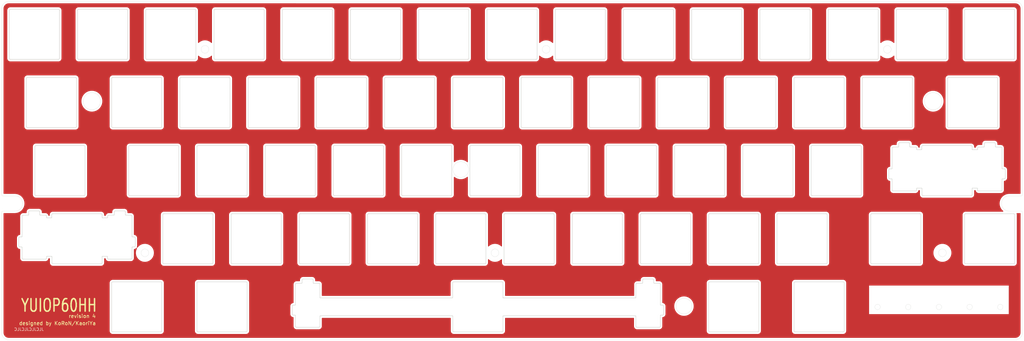
<source format=kicad_pcb>
(kicad_pcb (version 20171130) (host pcbnew "(5.1.9)-1")
  (title_block (title "YUIOP60HH/Top plate") (date 2021-07-04) (rev 4.1) (company KaoriYa))
  (layers (0 F.Cu signal) (31 B.Cu signal) (34 B.Paste user) (35 F.Paste user) (36 B.SilkS user) (37 F.SilkS user) (38 B.Mask user) (39 F.Mask user) (44 Edge.Cuts user))
  (net 0 "")
  (module yuiop:TopPlate_Stabilizer_2u (layer F.Cu) (at 91.0562 166.35984)
    (fp_text reference KSW43 hide)
    (fp_text value Shift)
    (fp_line (start 8.55 -5.95) (end 8.55 -6.3) (layer Edge.Cuts) (width 0.12))
    (fp_line (start 7.1 -5.85) (end 8.45 -5.85) (layer Edge.Cuts) (width 0.12))
    (fp_line (start 7 -6.7) (end 7 -5.95) (layer Edge.Cuts) (width 0.12))
    (fp_line (start -6.75 -7) (end 6.7 -7) (layer Edge.Cuts) (width 0.12))
    (fp_line (start -7.05 -5.95) (end -7.05 -6.7) (layer Edge.Cuts) (width 0.12))
    (fp_line (start -8.4 -5.85) (end -7.15 -5.85) (layer Edge.Cuts) (width 0.12))
    (fp_line (start -8.5 -6.3) (end -8.5 -5.95) (layer Edge.Cuts) (width 0.12))
    (fp_line (start -10.3 -6.6) (end -8.8 -6.6) (layer Edge.Cuts) (width 0.12))
    (fp_line (start -10.4 -7.5) (end -10.4 -6.7) (layer Edge.Cuts) (width 0.12))
    (fp_line (start -13.2 -7.8) (end -10.7 -7.8) (layer Edge.Cuts) (width 0.12))
    (fp_line (start -13.5 -6.7) (end -13.5 -7.5) (layer Edge.Cuts) (width 0.12))
    (fp_line (start -15.05 -6.6) (end -13.6 -6.6) (layer Edge.Cuts) (width 0.12))
    (fp_line (start -15.35 -0.6) (end -15.35 -6.3) (layer Edge.Cuts) (width 0.12))
    (fp_line (start -15.95 -0.5) (end -15.45 -0.5) (layer Edge.Cuts) (width 0.12))
    (fp_line (start -16.25 2) (end -16.25 -0.2) (layer Edge.Cuts) (width 0.12))
    (fp_line (start -15.45 2.3) (end -15.95 2.3) (layer Edge.Cuts) (width 0.12))
    (fp_line (start -15.35 5.4) (end -15.35 2.4) (layer Edge.Cuts) (width 0.12))
    (fp_line (start -8.8 5.7) (end -15.05 5.7) (layer Edge.Cuts) (width 0.12))
    (fp_line (start -8.5 5) (end -8.5 5.4) (layer Edge.Cuts) (width 0.12))
    (fp_line (start -7.1 4.9) (end -8.4 4.9) (layer Edge.Cuts) (width 0.12))
    (fp_line (start -7 6.7) (end -7 5) (layer Edge.Cuts) (width 0.12))
    (fp_line (start 6.7 7) (end -6.7 7) (layer Edge.Cuts) (width 0.12))
    (fp_line (start 8.85 -6.6) (end 10.3 -6.6) (layer Edge.Cuts) (width 0.12))
    (fp_line (start 10.4 -6.7) (end 10.4 -7.5) (layer Edge.Cuts) (width 0.12))
    (fp_line (start 10.7 -7.8) (end 13.2 -7.8) (layer Edge.Cuts) (width 0.12))
    (fp_line (start 13.5 -7.5) (end 13.5 -6.7) (layer Edge.Cuts) (width 0.12))
    (fp_line (start 13.6 -6.6) (end 15.05 -6.6) (layer Edge.Cuts) (width 0.12))
    (fp_line (start 15.35 -6.3) (end 15.35 -0.6) (layer Edge.Cuts) (width 0.12))
    (fp_line (start 15.45 -0.5) (end 15.95 -0.5) (layer Edge.Cuts) (width 0.12))
    (fp_line (start 16.25 -0.2) (end 16.25 2) (layer Edge.Cuts) (width 0.12))
    (fp_line (start 15.95 2.3) (end 15.45 2.3) (layer Edge.Cuts) (width 0.12))
    (fp_line (start 15.35 2.4) (end 15.35 5.4) (layer Edge.Cuts) (width 0.12))
    (fp_line (start 15.05 5.7) (end 8.8 5.7) (layer Edge.Cuts) (width 0.12))
    (fp_line (start 8.5 5.4) (end 8.5 5) (layer Edge.Cuts) (width 0.12))
    (fp_line (start 8.4 4.9) (end 7.1 4.9) (layer Edge.Cuts) (width 0.12))
    (fp_line (start 7 5) (end 7 6.7) (layer Edge.Cuts) (width 0.12))
    (fp_arc (start 6.7 6.7) (end 6.7 7) (angle -90) (layer Edge.Cuts) (width 0.12))
    (fp_arc (start -6.7 6.7) (end -7 6.7) (angle -90) (layer Edge.Cuts) (width 0.12))
    (fp_arc (start -7.1 5) (end -7 5) (angle -90) (layer Edge.Cuts) (width 0.12))
    (fp_arc (start -8.4 5) (end -8.4 4.9) (angle -90) (layer Edge.Cuts) (width 0.12))
    (fp_arc (start -8.8 5.4) (end -8.8 5.7) (angle -90) (layer Edge.Cuts) (width 0.12))
    (fp_arc (start -15.05 5.4) (end -15.35 5.4) (angle -90) (layer Edge.Cuts) (width 0.12))
    (fp_arc (start -15.95 2) (end -16.25 2) (angle -90) (layer Edge.Cuts) (width 0.12))
    (fp_arc (start -15.45 2.4) (end -15.35 2.4) (angle -90) (layer Edge.Cuts) (width 0.12))
    (fp_arc (start -15.95 -0.2) (end -15.95 -0.5) (angle -90) (layer Edge.Cuts) (width 0.12))
    (fp_arc (start -15.45 -0.6) (end -15.45 -0.5) (angle -90) (layer Edge.Cuts) (width 0.12))
    (fp_arc (start -15.05 -6.3) (end -15.05 -6.6) (angle -90) (layer Edge.Cuts) (width 0.12))
    (fp_arc (start -13.6 -6.7) (end -13.6 -6.6) (angle -90) (layer Edge.Cuts) (width 0.12))
    (fp_arc (start -13.2 -7.5) (end -13.2 -7.8) (angle -90) (layer Edge.Cuts) (width 0.12))
    (fp_arc (start -10.7 -7.5) (end -10.4 -7.5) (angle -90) (layer Edge.Cuts) (width 0.12))
    (fp_arc (start -10.3 -6.7) (end -10.4 -6.7) (angle -90) (layer Edge.Cuts) (width 0.12))
    (fp_arc (start -8.8 -6.3) (end -8.5 -6.3) (angle -90) (layer Edge.Cuts) (width 0.12))
    (fp_arc (start -8.4 -5.95) (end -8.5 -5.95) (angle -90) (layer Edge.Cuts) (width 0.12))
    (fp_arc (start -7.15 -5.95) (end -7.15 -5.85) (angle -90) (layer Edge.Cuts) (width 0.12))
    (fp_arc (start -6.75 -6.7) (end -6.75 -7) (angle -90) (layer Edge.Cuts) (width 0.12))
    (fp_arc (start 6.7 -6.7) (end 7 -6.7) (angle -90) (layer Edge.Cuts) (width 0.12))
    (fp_arc (start 8.85 -6.3) (end 8.85 -6.6) (angle -90) (layer Edge.Cuts) (width 0.12))
    (fp_arc (start 7.1 -5.95) (end 7 -5.95) (angle -90) (layer Edge.Cuts) (width 0.12))
    (fp_arc (start 8.45 -5.95) (end 8.45 -5.85) (angle -90) (layer Edge.Cuts) (width 0.12))
    (fp_arc (start 10.3 -6.7) (end 10.3 -6.6) (angle -90) (layer Edge.Cuts) (width 0.12))
    (fp_arc (start 10.7 -7.5) (end 10.7 -7.8) (angle -90) (layer Edge.Cuts) (width 0.12))
    (fp_arc (start 13.2 -7.5) (end 13.5 -7.5) (angle -90) (layer Edge.Cuts) (width 0.12))
    (fp_arc (start 13.6 -6.7) (end 13.5 -6.7) (angle -90) (layer Edge.Cuts) (width 0.12))
    (fp_arc (start 15.05 -6.3) (end 15.35 -6.3) (angle -90) (layer Edge.Cuts) (width 0.12))
    (fp_arc (start 15.45 -0.6) (end 15.35 -0.6) (angle -90) (layer Edge.Cuts) (width 0.12))
    (fp_arc (start 15.95 -0.2) (end 16.25 -0.2) (angle -90) (layer Edge.Cuts) (width 0.12))
    (fp_arc (start 15.95 2) (end 15.95 2.3) (angle -90) (layer Edge.Cuts) (width 0.12))
    (fp_arc (start 15.45 2.4) (end 15.45 2.3) (angle -90) (layer Edge.Cuts) (width 0.12))
    (fp_arc (start 15.05 5.4) (end 15.05 5.7) (angle -90) (layer Edge.Cuts) (width 0.12))
    (fp_arc (start 8.8 5.4) (end 8.5 5.4) (angle -90) (layer Edge.Cuts) (width 0.12))
    (fp_arc (start 8.4 5) (end 8.5 5) (angle -90) (layer Edge.Cuts) (width 0.12))
    (fp_arc (start 7.1 5) (end 7.1 4.9) (angle -90) (layer Edge.Cuts) (width 0.12))
  )
  (module yuiop:TopPlate_Stabilizer_2u (layer F.Cu) (at 333.944 147.30984)
    (fp_text reference KSW42 hide)
    (fp_text value Return)
    (fp_line (start 8.55 -5.95) (end 8.55 -6.3) (layer Edge.Cuts) (width 0.12))
    (fp_line (start 7.1 -5.85) (end 8.45 -5.85) (layer Edge.Cuts) (width 0.12))
    (fp_line (start 7 -6.7) (end 7 -5.95) (layer Edge.Cuts) (width 0.12))
    (fp_line (start -6.75 -7) (end 6.7 -7) (layer Edge.Cuts) (width 0.12))
    (fp_line (start -7.05 -5.95) (end -7.05 -6.7) (layer Edge.Cuts) (width 0.12))
    (fp_line (start -8.4 -5.85) (end -7.15 -5.85) (layer Edge.Cuts) (width 0.12))
    (fp_line (start -8.5 -6.3) (end -8.5 -5.95) (layer Edge.Cuts) (width 0.12))
    (fp_line (start -10.3 -6.6) (end -8.8 -6.6) (layer Edge.Cuts) (width 0.12))
    (fp_line (start -10.4 -7.5) (end -10.4 -6.7) (layer Edge.Cuts) (width 0.12))
    (fp_line (start -13.2 -7.8) (end -10.7 -7.8) (layer Edge.Cuts) (width 0.12))
    (fp_line (start -13.5 -6.7) (end -13.5 -7.5) (layer Edge.Cuts) (width 0.12))
    (fp_line (start -15.05 -6.6) (end -13.6 -6.6) (layer Edge.Cuts) (width 0.12))
    (fp_line (start -15.35 -0.6) (end -15.35 -6.3) (layer Edge.Cuts) (width 0.12))
    (fp_line (start -15.95 -0.5) (end -15.45 -0.5) (layer Edge.Cuts) (width 0.12))
    (fp_line (start -16.25 2) (end -16.25 -0.2) (layer Edge.Cuts) (width 0.12))
    (fp_line (start -15.45 2.3) (end -15.95 2.3) (layer Edge.Cuts) (width 0.12))
    (fp_line (start -15.35 5.4) (end -15.35 2.4) (layer Edge.Cuts) (width 0.12))
    (fp_line (start -8.8 5.7) (end -15.05 5.7) (layer Edge.Cuts) (width 0.12))
    (fp_line (start -8.5 5) (end -8.5 5.4) (layer Edge.Cuts) (width 0.12))
    (fp_line (start -7.1 4.9) (end -8.4 4.9) (layer Edge.Cuts) (width 0.12))
    (fp_line (start -7 6.7) (end -7 5) (layer Edge.Cuts) (width 0.12))
    (fp_line (start 6.7 7) (end -6.7 7) (layer Edge.Cuts) (width 0.12))
    (fp_line (start 8.85 -6.6) (end 10.3 -6.6) (layer Edge.Cuts) (width 0.12))
    (fp_line (start 10.4 -6.7) (end 10.4 -7.5) (layer Edge.Cuts) (width 0.12))
    (fp_line (start 10.7 -7.8) (end 13.2 -7.8) (layer Edge.Cuts) (width 0.12))
    (fp_line (start 13.5 -7.5) (end 13.5 -6.7) (layer Edge.Cuts) (width 0.12))
    (fp_line (start 13.6 -6.6) (end 15.05 -6.6) (layer Edge.Cuts) (width 0.12))
    (fp_line (start 15.35 -6.3) (end 15.35 -0.6) (layer Edge.Cuts) (width 0.12))
    (fp_line (start 15.45 -0.5) (end 15.95 -0.5) (layer Edge.Cuts) (width 0.12))
    (fp_line (start 16.25 -0.2) (end 16.25 2) (layer Edge.Cuts) (width 0.12))
    (fp_line (start 15.95 2.3) (end 15.45 2.3) (layer Edge.Cuts) (width 0.12))
    (fp_line (start 15.35 2.4) (end 15.35 5.4) (layer Edge.Cuts) (width 0.12))
    (fp_line (start 15.05 5.7) (end 8.8 5.7) (layer Edge.Cuts) (width 0.12))
    (fp_line (start 8.5 5.4) (end 8.5 5) (layer Edge.Cuts) (width 0.12))
    (fp_line (start 8.4 4.9) (end 7.1 4.9) (layer Edge.Cuts) (width 0.12))
    (fp_line (start 7 5) (end 7 6.7) (layer Edge.Cuts) (width 0.12))
    (fp_arc (start 6.7 6.7) (end 6.7 7) (angle -90) (layer Edge.Cuts) (width 0.12))
    (fp_arc (start -6.7 6.7) (end -7 6.7) (angle -90) (layer Edge.Cuts) (width 0.12))
    (fp_arc (start -7.1 5) (end -7 5) (angle -90) (layer Edge.Cuts) (width 0.12))
    (fp_arc (start -8.4 5) (end -8.4 4.9) (angle -90) (layer Edge.Cuts) (width 0.12))
    (fp_arc (start -8.8 5.4) (end -8.8 5.7) (angle -90) (layer Edge.Cuts) (width 0.12))
    (fp_arc (start -15.05 5.4) (end -15.35 5.4) (angle -90) (layer Edge.Cuts) (width 0.12))
    (fp_arc (start -15.95 2) (end -16.25 2) (angle -90) (layer Edge.Cuts) (width 0.12))
    (fp_arc (start -15.45 2.4) (end -15.35 2.4) (angle -90) (layer Edge.Cuts) (width 0.12))
    (fp_arc (start -15.95 -0.2) (end -15.95 -0.5) (angle -90) (layer Edge.Cuts) (width 0.12))
    (fp_arc (start -15.45 -0.6) (end -15.45 -0.5) (angle -90) (layer Edge.Cuts) (width 0.12))
    (fp_arc (start -15.05 -6.3) (end -15.05 -6.6) (angle -90) (layer Edge.Cuts) (width 0.12))
    (fp_arc (start -13.6 -6.7) (end -13.6 -6.6) (angle -90) (layer Edge.Cuts) (width 0.12))
    (fp_arc (start -13.2 -7.5) (end -13.2 -7.8) (angle -90) (layer Edge.Cuts) (width 0.12))
    (fp_arc (start -10.7 -7.5) (end -10.4 -7.5) (angle -90) (layer Edge.Cuts) (width 0.12))
    (fp_arc (start -10.3 -6.7) (end -10.4 -6.7) (angle -90) (layer Edge.Cuts) (width 0.12))
    (fp_arc (start -8.8 -6.3) (end -8.5 -6.3) (angle -90) (layer Edge.Cuts) (width 0.12))
    (fp_arc (start -8.4 -5.95) (end -8.5 -5.95) (angle -90) (layer Edge.Cuts) (width 0.12))
    (fp_arc (start -7.15 -5.95) (end -7.15 -5.85) (angle -90) (layer Edge.Cuts) (width 0.12))
    (fp_arc (start -6.75 -6.7) (end -6.75 -7) (angle -90) (layer Edge.Cuts) (width 0.12))
    (fp_arc (start 6.7 -6.7) (end 7 -6.7) (angle -90) (layer Edge.Cuts) (width 0.12))
    (fp_arc (start 8.85 -6.3) (end 8.85 -6.6) (angle -90) (layer Edge.Cuts) (width 0.12))
    (fp_arc (start 7.1 -5.95) (end 7 -5.95) (angle -90) (layer Edge.Cuts) (width 0.12))
    (fp_arc (start 8.45 -5.95) (end 8.45 -5.85) (angle -90) (layer Edge.Cuts) (width 0.12))
    (fp_arc (start 10.3 -6.7) (end 10.3 -6.6) (angle -90) (layer Edge.Cuts) (width 0.12))
    (fp_arc (start 10.7 -7.5) (end 10.7 -7.8) (angle -90) (layer Edge.Cuts) (width 0.12))
    (fp_arc (start 13.2 -7.5) (end 13.5 -7.5) (angle -90) (layer Edge.Cuts) (width 0.12))
    (fp_arc (start 13.6 -6.7) (end 13.5 -6.7) (angle -90) (layer Edge.Cuts) (width 0.12))
    (fp_arc (start 15.05 -6.3) (end 15.35 -6.3) (angle -90) (layer Edge.Cuts) (width 0.12))
    (fp_arc (start 15.45 -0.6) (end 15.35 -0.6) (angle -90) (layer Edge.Cuts) (width 0.12))
    (fp_arc (start 15.95 -0.2) (end 16.25 -0.2) (angle -90) (layer Edge.Cuts) (width 0.12))
    (fp_arc (start 15.95 2) (end 15.95 2.3) (angle -90) (layer Edge.Cuts) (width 0.12))
    (fp_arc (start 15.45 2.4) (end 15.45 2.3) (angle -90) (layer Edge.Cuts) (width 0.12))
    (fp_arc (start 15.05 5.4) (end 15.05 5.7) (angle -90) (layer Edge.Cuts) (width 0.12))
    (fp_arc (start 8.8 5.4) (end 8.5 5.4) (angle -90) (layer Edge.Cuts) (width 0.12))
    (fp_arc (start 8.4 5) (end 8.5 5) (angle -90) (layer Edge.Cuts) (width 0.12))
    (fp_arc (start 7.1 5) (end 7.1 4.9) (angle -90) (layer Edge.Cuts) (width 0.12))
  )
  (module yuiop:TopPlate_Stabilizer_6u (layer F.Cu) (at 202.975 185.40984)
    (fp_text reference KSW58 hide)
    (fp_text value Space)
    (fp_line (start -44 -2.5) (end -7.15 -2.5) (layer Edge.Cuts) (width 0.12))
    (fp_line (start -7.1 2.5) (end -44 2.5) (layer Edge.Cuts) (width 0.12))
    (fp_line (start 7.1 -2.5) (end 44 -2.5) (layer Edge.Cuts) (width 0.12))
    (fp_line (start 44 2.5) (end 7.1 2.5) (layer Edge.Cuts) (width 0.12))
    (fp_line (start 7 2.6) (end 7 6.7) (layer Edge.Cuts) (width 0.12))
    (fp_line (start 44.1 5.4) (end 44.1 2.6) (layer Edge.Cuts) (width 0.12))
    (fp_line (start 50.65 5.7) (end 44.4 5.7) (layer Edge.Cuts) (width 0.12))
    (fp_line (start 50.95 2.4) (end 50.95 5.4) (layer Edge.Cuts) (width 0.12))
    (fp_line (start 51.55 2.3) (end 51.05 2.3) (layer Edge.Cuts) (width 0.12))
    (fp_line (start 51.85 -0.2) (end 51.85 2) (layer Edge.Cuts) (width 0.12))
    (fp_line (start 51.05 -0.5) (end 51.55 -0.5) (layer Edge.Cuts) (width 0.12))
    (fp_line (start 50.95 -6.3) (end 50.95 -0.6) (layer Edge.Cuts) (width 0.12))
    (fp_line (start 49.2 -6.6) (end 50.65 -6.6) (layer Edge.Cuts) (width 0.12))
    (fp_line (start 49.1 -7.5) (end 49.1 -6.7) (layer Edge.Cuts) (width 0.12))
    (fp_line (start 46.3 -7.8) (end 48.8 -7.8) (layer Edge.Cuts) (width 0.12))
    (fp_line (start 46 -6.7) (end 46 -7.5) (layer Edge.Cuts) (width 0.12))
    (fp_line (start 44.4 -6.6) (end 45.9 -6.6) (layer Edge.Cuts) (width 0.12))
    (fp_line (start 6.7 7) (end -6.7 7) (layer Edge.Cuts) (width 0.12))
    (fp_line (start -7 6.7) (end -7 2.6) (layer Edge.Cuts) (width 0.12))
    (fp_line (start -44.1 2.6) (end -44.1 5.4) (layer Edge.Cuts) (width 0.12))
    (fp_line (start -44.4 5.7) (end -50.65 5.7) (layer Edge.Cuts) (width 0.12))
    (fp_line (start -50.95 5.4) (end -50.95 2.4) (layer Edge.Cuts) (width 0.12))
    (fp_line (start -51.05 2.3) (end -51.55 2.3) (layer Edge.Cuts) (width 0.12))
    (fp_line (start -51.85 2) (end -51.85 -0.2) (layer Edge.Cuts) (width 0.12))
    (fp_line (start -51.55 -0.5) (end -51.05 -0.5) (layer Edge.Cuts) (width 0.12))
    (fp_line (start -50.95 -0.6) (end -50.95 -6.3) (layer Edge.Cuts) (width 0.12))
    (fp_line (start -50.65 -6.6) (end -49.2 -6.6) (layer Edge.Cuts) (width 0.12))
    (fp_line (start -49.1 -6.7) (end -49.1 -7.5) (layer Edge.Cuts) (width 0.12))
    (fp_line (start -48.8 -7.8) (end -46.3 -7.8) (layer Edge.Cuts) (width 0.12))
    (fp_line (start -46 -7.5) (end -46 -6.7) (layer Edge.Cuts) (width 0.12))
    (fp_line (start -45.9 -6.6) (end -44.4 -6.6) (layer Edge.Cuts) (width 0.12))
    (fp_line (start -44.1 -6.3) (end -44.1 -2.6) (layer Edge.Cuts) (width 0.12))
    (fp_line (start -7.05 -2.6) (end -7.05 -6.7) (layer Edge.Cuts) (width 0.12))
    (fp_line (start -6.75 -7) (end 6.7 -7) (layer Edge.Cuts) (width 0.12))
    (fp_line (start 7 -6.7) (end 7 -2.6) (layer Edge.Cuts) (width 0.12))
    (fp_line (start 44.1 -2.6) (end 44.1 -6.3) (layer Edge.Cuts) (width 0.12))
    (fp_arc (start 7.1 2.6) (end 7.1 2.5) (angle -90) (layer Edge.Cuts) (width 0.12))
    (fp_arc (start 44 2.6) (end 44.1 2.6) (angle -90) (layer Edge.Cuts) (width 0.12))
    (fp_arc (start 44.4 5.4) (end 44.1 5.4) (angle -90) (layer Edge.Cuts) (width 0.12))
    (fp_arc (start 50.65 5.4) (end 50.65 5.7) (angle -90) (layer Edge.Cuts) (width 0.12))
    (fp_arc (start 51.05 2.4) (end 51.05 2.3) (angle -90) (layer Edge.Cuts) (width 0.12))
    (fp_arc (start 51.55 2) (end 51.55 2.3) (angle -90) (layer Edge.Cuts) (width 0.12))
    (fp_arc (start 51.55 -0.2) (end 51.85 -0.2) (angle -90) (layer Edge.Cuts) (width 0.12))
    (fp_arc (start 51.05 -0.6) (end 50.95 -0.6) (angle -90) (layer Edge.Cuts) (width 0.12))
    (fp_arc (start 50.65 -6.3) (end 50.95 -6.3) (angle -90) (layer Edge.Cuts) (width 0.12))
    (fp_arc (start 49.2 -6.7) (end 49.1 -6.7) (angle -90) (layer Edge.Cuts) (width 0.12))
    (fp_arc (start 48.8 -7.5) (end 49.1 -7.5) (angle -90) (layer Edge.Cuts) (width 0.12))
    (fp_arc (start 46.3 -7.5) (end 46.3 -7.8) (angle -90) (layer Edge.Cuts) (width 0.12))
    (fp_arc (start 45.9 -6.7) (end 45.9 -6.6) (angle -90) (layer Edge.Cuts) (width 0.12))
    (fp_arc (start 44 -2.6) (end 44 -2.5) (angle -90) (layer Edge.Cuts) (width 0.12))
    (fp_arc (start 7.1 -2.6) (end 7 -2.6) (angle -90) (layer Edge.Cuts) (width 0.12))
    (fp_arc (start 44.4 -6.3) (end 44.4 -6.6) (angle -90) (layer Edge.Cuts) (width 0.12))
    (fp_arc (start 6.7 -6.7) (end 7 -6.7) (angle -90) (layer Edge.Cuts) (width 0.12))
    (fp_arc (start -6.75 -6.7) (end -6.75 -7) (angle -90) (layer Edge.Cuts) (width 0.12))
    (fp_arc (start -7.15 -2.6) (end -7.15 -2.5) (angle -90) (layer Edge.Cuts) (width 0.12))
    (fp_arc (start -44 -2.6) (end -44.1 -2.6) (angle -90) (layer Edge.Cuts) (width 0.12))
    (fp_arc (start -44.4 -6.3) (end -44.1 -6.3) (angle -90) (layer Edge.Cuts) (width 0.12))
    (fp_arc (start -45.9 -6.7) (end -46 -6.7) (angle -90) (layer Edge.Cuts) (width 0.12))
    (fp_arc (start -46.3 -7.5) (end -46 -7.5) (angle -90) (layer Edge.Cuts) (width 0.12))
    (fp_arc (start -48.8 -7.5) (end -48.8 -7.8) (angle -90) (layer Edge.Cuts) (width 0.12))
    (fp_arc (start -49.2 -6.7) (end -49.2 -6.6) (angle -90) (layer Edge.Cuts) (width 0.12))
    (fp_arc (start -50.65 -6.3) (end -50.65 -6.6) (angle -90) (layer Edge.Cuts) (width 0.12))
    (fp_arc (start -51.05 -0.6) (end -51.05 -0.5) (angle -90) (layer Edge.Cuts) (width 0.12))
    (fp_arc (start -51.55 -0.2) (end -51.55 -0.5) (angle -90) (layer Edge.Cuts) (width 0.12))
    (fp_arc (start -51.05 2.4) (end -50.95 2.4) (angle -90) (layer Edge.Cuts) (width 0.12))
    (fp_arc (start -51.55 2) (end -51.85 2) (angle -90) (layer Edge.Cuts) (width 0.12))
    (fp_arc (start -50.65 5.4) (end -50.95 5.4) (angle -90) (layer Edge.Cuts) (width 0.12))
    (fp_arc (start -44.4 5.4) (end -44.4 5.7) (angle -90) (layer Edge.Cuts) (width 0.12))
    (fp_arc (start -44 2.6) (end -44 2.5) (angle -90) (layer Edge.Cuts) (width 0.12))
    (fp_arc (start -7.1 2.6) (end -7 2.6) (angle -90) (layer Edge.Cuts) (width 0.12))
    (fp_arc (start -6.7 6.7) (end -7 6.7) (angle -90) (layer Edge.Cuts) (width 0.12))
    (fp_arc (start 6.7 6.7) (end 6.7 7) (angle -90) (layer Edge.Cuts) (width 0.12))
  )
  (module yuiop:TopPlate_Switch_1u (layer F.Cu) (at 79.15 109.20984)
    (fp_text reference KSW1 hide)
    (fp_text value ESC hide)
    (fp_line (start 6.7 -7) (end -6.7 -7) (layer Edge.Cuts) (width 0.12))
    (fp_line (start 7 6.7) (end 7 -6.7) (layer Edge.Cuts) (width 0.12))
    (fp_line (start -6.7 7) (end 6.7 7) (layer Edge.Cuts) (width 0.12))
    (fp_line (start -7 -6.7) (end -7 6.7) (layer Edge.Cuts) (width 0.12))
    (fp_arc (start 6.7 6.7) (end 6.7 7) (angle -90) (layer Edge.Cuts) (width 0.12))
    (fp_arc (start -6.7 6.7) (end -7 6.7) (angle -90) (layer Edge.Cuts) (width 0.12))
    (fp_arc (start -6.7 -6.7) (end -6.7 -7) (angle -90) (layer Edge.Cuts) (width 0.12))
    (fp_arc (start 6.7 -6.7) (end 7 -6.7) (angle -90) (layer Edge.Cuts) (width 0.12))
  )
  (module yuiop:TopPlate_Switch_1u (layer F.Cu) (at 98.2 109.20984)
    (fp_text reference KSW2 hide)
    (fp_text value 1 hide)
    (fp_line (start 6.7 -7) (end -6.7 -7) (layer Edge.Cuts) (width 0.12))
    (fp_line (start 7 6.7) (end 7 -6.7) (layer Edge.Cuts) (width 0.12))
    (fp_line (start -6.7 7) (end 6.7 7) (layer Edge.Cuts) (width 0.12))
    (fp_line (start -7 -6.7) (end -7 6.7) (layer Edge.Cuts) (width 0.12))
    (fp_arc (start 6.7 6.7) (end 6.7 7) (angle -90) (layer Edge.Cuts) (width 0.12))
    (fp_arc (start -6.7 6.7) (end -7 6.7) (angle -90) (layer Edge.Cuts) (width 0.12))
    (fp_arc (start -6.7 -6.7) (end -6.7 -7) (angle -90) (layer Edge.Cuts) (width 0.12))
    (fp_arc (start 6.7 -6.7) (end 7 -6.7) (angle -90) (layer Edge.Cuts) (width 0.12))
  )
  (module yuiop:TopPlate_Switch_1u (layer F.Cu) (at 117.25 109.20984)
    (fp_text reference KSW3 hide)
    (fp_text value 2 hide)
    (fp_line (start 6.7 -7) (end -6.7 -7) (layer Edge.Cuts) (width 0.12))
    (fp_line (start 7 6.7) (end 7 -6.7) (layer Edge.Cuts) (width 0.12))
    (fp_line (start -6.7 7) (end 6.7 7) (layer Edge.Cuts) (width 0.12))
    (fp_line (start -7 -6.7) (end -7 6.7) (layer Edge.Cuts) (width 0.12))
    (fp_arc (start 6.7 6.7) (end 6.7 7) (angle -90) (layer Edge.Cuts) (width 0.12))
    (fp_arc (start -6.7 6.7) (end -7 6.7) (angle -90) (layer Edge.Cuts) (width 0.12))
    (fp_arc (start -6.7 -6.7) (end -6.7 -7) (angle -90) (layer Edge.Cuts) (width 0.12))
    (fp_arc (start 6.7 -6.7) (end 7 -6.7) (angle -90) (layer Edge.Cuts) (width 0.12))
  )
  (module yuiop:TopPlate_Switch_1u (layer F.Cu) (at 136.3 109.20984)
    (fp_text reference KSW4 hide)
    (fp_text value 3 hide)
    (fp_line (start 6.7 -7) (end -6.7 -7) (layer Edge.Cuts) (width 0.12))
    (fp_line (start 7 6.7) (end 7 -6.7) (layer Edge.Cuts) (width 0.12))
    (fp_line (start -6.7 7) (end 6.7 7) (layer Edge.Cuts) (width 0.12))
    (fp_line (start -7 -6.7) (end -7 6.7) (layer Edge.Cuts) (width 0.12))
    (fp_arc (start 6.7 6.7) (end 6.7 7) (angle -90) (layer Edge.Cuts) (width 0.12))
    (fp_arc (start -6.7 6.7) (end -7 6.7) (angle -90) (layer Edge.Cuts) (width 0.12))
    (fp_arc (start -6.7 -6.7) (end -6.7 -7) (angle -90) (layer Edge.Cuts) (width 0.12))
    (fp_arc (start 6.7 -6.7) (end 7 -6.7) (angle -90) (layer Edge.Cuts) (width 0.12))
  )
  (module yuiop:TopPlate_Switch_1u (layer F.Cu) (at 155.35 109.20984)
    (fp_text reference KSW5 hide)
    (fp_text value 4 hide)
    (fp_line (start 6.7 -7) (end -6.7 -7) (layer Edge.Cuts) (width 0.12))
    (fp_line (start 7 6.7) (end 7 -6.7) (layer Edge.Cuts) (width 0.12))
    (fp_line (start -6.7 7) (end 6.7 7) (layer Edge.Cuts) (width 0.12))
    (fp_line (start -7 -6.7) (end -7 6.7) (layer Edge.Cuts) (width 0.12))
    (fp_arc (start 6.7 6.7) (end 6.7 7) (angle -90) (layer Edge.Cuts) (width 0.12))
    (fp_arc (start -6.7 6.7) (end -7 6.7) (angle -90) (layer Edge.Cuts) (width 0.12))
    (fp_arc (start -6.7 -6.7) (end -6.7 -7) (angle -90) (layer Edge.Cuts) (width 0.12))
    (fp_arc (start 6.7 -6.7) (end 7 -6.7) (angle -90) (layer Edge.Cuts) (width 0.12))
  )
  (module yuiop:TopPlate_Switch_1u (layer F.Cu) (at 174.4 109.20984)
    (fp_text reference KSW6 hide)
    (fp_text value 5 hide)
    (fp_line (start 6.7 -7) (end -6.7 -7) (layer Edge.Cuts) (width 0.12))
    (fp_line (start 7 6.7) (end 7 -6.7) (layer Edge.Cuts) (width 0.12))
    (fp_line (start -6.7 7) (end 6.7 7) (layer Edge.Cuts) (width 0.12))
    (fp_line (start -7 -6.7) (end -7 6.7) (layer Edge.Cuts) (width 0.12))
    (fp_arc (start 6.7 6.7) (end 6.7 7) (angle -90) (layer Edge.Cuts) (width 0.12))
    (fp_arc (start -6.7 6.7) (end -7 6.7) (angle -90) (layer Edge.Cuts) (width 0.12))
    (fp_arc (start -6.7 -6.7) (end -6.7 -7) (angle -90) (layer Edge.Cuts) (width 0.12))
    (fp_arc (start 6.7 -6.7) (end 7 -6.7) (angle -90) (layer Edge.Cuts) (width 0.12))
  )
  (module yuiop:TopPlate_Switch_1u (layer F.Cu) (at 193.45 109.20984)
    (fp_text reference KSW7 hide)
    (fp_text value 6 hide)
    (fp_line (start 6.7 -7) (end -6.7 -7) (layer Edge.Cuts) (width 0.12))
    (fp_line (start 7 6.7) (end 7 -6.7) (layer Edge.Cuts) (width 0.12))
    (fp_line (start -6.7 7) (end 6.7 7) (layer Edge.Cuts) (width 0.12))
    (fp_line (start -7 -6.7) (end -7 6.7) (layer Edge.Cuts) (width 0.12))
    (fp_arc (start 6.7 6.7) (end 6.7 7) (angle -90) (layer Edge.Cuts) (width 0.12))
    (fp_arc (start -6.7 6.7) (end -7 6.7) (angle -90) (layer Edge.Cuts) (width 0.12))
    (fp_arc (start -6.7 -6.7) (end -6.7 -7) (angle -90) (layer Edge.Cuts) (width 0.12))
    (fp_arc (start 6.7 -6.7) (end 7 -6.7) (angle -90) (layer Edge.Cuts) (width 0.12))
  )
  (module yuiop:TopPlate_Switch_1u (layer F.Cu) (at 212.5 109.20984)
    (fp_text reference KSW8 hide)
    (fp_text value 7 hide)
    (fp_line (start 6.7 -7) (end -6.7 -7) (layer Edge.Cuts) (width 0.12))
    (fp_line (start 7 6.7) (end 7 -6.7) (layer Edge.Cuts) (width 0.12))
    (fp_line (start -6.7 7) (end 6.7 7) (layer Edge.Cuts) (width 0.12))
    (fp_line (start -7 -6.7) (end -7 6.7) (layer Edge.Cuts) (width 0.12))
    (fp_arc (start 6.7 6.7) (end 6.7 7) (angle -90) (layer Edge.Cuts) (width 0.12))
    (fp_arc (start -6.7 6.7) (end -7 6.7) (angle -90) (layer Edge.Cuts) (width 0.12))
    (fp_arc (start -6.7 -6.7) (end -6.7 -7) (angle -90) (layer Edge.Cuts) (width 0.12))
    (fp_arc (start 6.7 -6.7) (end 7 -6.7) (angle -90) (layer Edge.Cuts) (width 0.12))
  )
  (module yuiop:TopPlate_Switch_1u (layer F.Cu) (at 231.55 109.20984)
    (fp_text reference KSW9 hide)
    (fp_text value 8 hide)
    (fp_line (start 6.7 -7) (end -6.7 -7) (layer Edge.Cuts) (width 0.12))
    (fp_line (start 7 6.7) (end 7 -6.7) (layer Edge.Cuts) (width 0.12))
    (fp_line (start -6.7 7) (end 6.7 7) (layer Edge.Cuts) (width 0.12))
    (fp_line (start -7 -6.7) (end -7 6.7) (layer Edge.Cuts) (width 0.12))
    (fp_arc (start 6.7 6.7) (end 6.7 7) (angle -90) (layer Edge.Cuts) (width 0.12))
    (fp_arc (start -6.7 6.7) (end -7 6.7) (angle -90) (layer Edge.Cuts) (width 0.12))
    (fp_arc (start -6.7 -6.7) (end -6.7 -7) (angle -90) (layer Edge.Cuts) (width 0.12))
    (fp_arc (start 6.7 -6.7) (end 7 -6.7) (angle -90) (layer Edge.Cuts) (width 0.12))
  )
  (module yuiop:TopPlate_Switch_1u (layer F.Cu) (at 250.6 109.20984)
    (fp_text reference KSW10 hide)
    (fp_text value 9 hide)
    (fp_line (start 6.7 -7) (end -6.7 -7) (layer Edge.Cuts) (width 0.12))
    (fp_line (start 7 6.7) (end 7 -6.7) (layer Edge.Cuts) (width 0.12))
    (fp_line (start -6.7 7) (end 6.7 7) (layer Edge.Cuts) (width 0.12))
    (fp_line (start -7 -6.7) (end -7 6.7) (layer Edge.Cuts) (width 0.12))
    (fp_arc (start 6.7 6.7) (end 6.7 7) (angle -90) (layer Edge.Cuts) (width 0.12))
    (fp_arc (start -6.7 6.7) (end -7 6.7) (angle -90) (layer Edge.Cuts) (width 0.12))
    (fp_arc (start -6.7 -6.7) (end -6.7 -7) (angle -90) (layer Edge.Cuts) (width 0.12))
    (fp_arc (start 6.7 -6.7) (end 7 -6.7) (angle -90) (layer Edge.Cuts) (width 0.12))
  )
  (module yuiop:TopPlate_Switch_1u (layer F.Cu) (at 269.65 109.20984)
    (fp_text reference KSW11 hide)
    (fp_text value 0 hide)
    (fp_line (start 6.7 -7) (end -6.7 -7) (layer Edge.Cuts) (width 0.12))
    (fp_line (start 7 6.7) (end 7 -6.7) (layer Edge.Cuts) (width 0.12))
    (fp_line (start -6.7 7) (end 6.7 7) (layer Edge.Cuts) (width 0.12))
    (fp_line (start -7 -6.7) (end -7 6.7) (layer Edge.Cuts) (width 0.12))
    (fp_arc (start 6.7 6.7) (end 6.7 7) (angle -90) (layer Edge.Cuts) (width 0.12))
    (fp_arc (start -6.7 6.7) (end -7 6.7) (angle -90) (layer Edge.Cuts) (width 0.12))
    (fp_arc (start -6.7 -6.7) (end -6.7 -7) (angle -90) (layer Edge.Cuts) (width 0.12))
    (fp_arc (start 6.7 -6.7) (end 7 -6.7) (angle -90) (layer Edge.Cuts) (width 0.12))
  )
  (module yuiop:TopPlate_Switch_1u (layer F.Cu) (at 288.7 109.20984)
    (fp_text reference KSW12 hide)
    (fp_text value "- _" hide)
    (fp_line (start 6.7 -7) (end -6.7 -7) (layer Edge.Cuts) (width 0.12))
    (fp_line (start 7 6.7) (end 7 -6.7) (layer Edge.Cuts) (width 0.12))
    (fp_line (start -6.7 7) (end 6.7 7) (layer Edge.Cuts) (width 0.12))
    (fp_line (start -7 -6.7) (end -7 6.7) (layer Edge.Cuts) (width 0.12))
    (fp_arc (start 6.7 6.7) (end 6.7 7) (angle -90) (layer Edge.Cuts) (width 0.12))
    (fp_arc (start -6.7 6.7) (end -7 6.7) (angle -90) (layer Edge.Cuts) (width 0.12))
    (fp_arc (start -6.7 -6.7) (end -6.7 -7) (angle -90) (layer Edge.Cuts) (width 0.12))
    (fp_arc (start 6.7 -6.7) (end 7 -6.7) (angle -90) (layer Edge.Cuts) (width 0.12))
  )
  (module yuiop:TopPlate_Switch_1u (layer F.Cu) (at 307.75 109.20984)
    (fp_text reference KSW13 hide)
    (fp_text value "= +" hide)
    (fp_line (start 6.7 -7) (end -6.7 -7) (layer Edge.Cuts) (width 0.12))
    (fp_line (start 7 6.7) (end 7 -6.7) (layer Edge.Cuts) (width 0.12))
    (fp_line (start -6.7 7) (end 6.7 7) (layer Edge.Cuts) (width 0.12))
    (fp_line (start -7 -6.7) (end -7 6.7) (layer Edge.Cuts) (width 0.12))
    (fp_arc (start 6.7 6.7) (end 6.7 7) (angle -90) (layer Edge.Cuts) (width 0.12))
    (fp_arc (start -6.7 6.7) (end -7 6.7) (angle -90) (layer Edge.Cuts) (width 0.12))
    (fp_arc (start -6.7 -6.7) (end -6.7 -7) (angle -90) (layer Edge.Cuts) (width 0.12))
    (fp_arc (start 6.7 -6.7) (end 7 -6.7) (angle -90) (layer Edge.Cuts) (width 0.12))
  )
  (module yuiop:TopPlate_Switch_1u (layer F.Cu) (at 345.85 109.20984)
    (fp_text reference KSW15 hide)
    (fp_text value "` ~~" hide)
    (fp_line (start 6.7 -7) (end -6.7 -7) (layer Edge.Cuts) (width 0.12))
    (fp_line (start 7 6.7) (end 7 -6.7) (layer Edge.Cuts) (width 0.12))
    (fp_line (start -6.7 7) (end 6.7 7) (layer Edge.Cuts) (width 0.12))
    (fp_line (start -7 -6.7) (end -7 6.7) (layer Edge.Cuts) (width 0.12))
    (fp_arc (start 6.7 6.7) (end 6.7 7) (angle -90) (layer Edge.Cuts) (width 0.12))
    (fp_arc (start -6.7 6.7) (end -7 6.7) (angle -90) (layer Edge.Cuts) (width 0.12))
    (fp_arc (start -6.7 -6.7) (end -6.7 -7) (angle -90) (layer Edge.Cuts) (width 0.12))
    (fp_arc (start 6.7 -6.7) (end 7 -6.7) (angle -90) (layer Edge.Cuts) (width 0.12))
  )
  (module yuiop:TopPlate_Switch_1u (layer F.Cu) (at 83.9125 128.25984)
    (fp_text reference KSW16 hide)
    (fp_text value Tab hide)
    (fp_line (start 6.7 -7) (end -6.7 -7) (layer Edge.Cuts) (width 0.12))
    (fp_line (start 7 6.7) (end 7 -6.7) (layer Edge.Cuts) (width 0.12))
    (fp_line (start -6.7 7) (end 6.7 7) (layer Edge.Cuts) (width 0.12))
    (fp_line (start -7 -6.7) (end -7 6.7) (layer Edge.Cuts) (width 0.12))
    (fp_arc (start 6.7 6.7) (end 6.7 7) (angle -90) (layer Edge.Cuts) (width 0.12))
    (fp_arc (start -6.7 6.7) (end -7 6.7) (angle -90) (layer Edge.Cuts) (width 0.12))
    (fp_arc (start -6.7 -6.7) (end -6.7 -7) (angle -90) (layer Edge.Cuts) (width 0.12))
    (fp_arc (start 6.7 -6.7) (end 7 -6.7) (angle -90) (layer Edge.Cuts) (width 0.12))
  )
  (module yuiop:TopPlate_Switch_1u (layer F.Cu) (at 107.725 128.25984)
    (fp_text reference KSW17 hide)
    (fp_text value Q hide)
    (fp_line (start 6.7 -7) (end -6.7 -7) (layer Edge.Cuts) (width 0.12))
    (fp_line (start 7 6.7) (end 7 -6.7) (layer Edge.Cuts) (width 0.12))
    (fp_line (start -6.7 7) (end 6.7 7) (layer Edge.Cuts) (width 0.12))
    (fp_line (start -7 -6.7) (end -7 6.7) (layer Edge.Cuts) (width 0.12))
    (fp_arc (start 6.7 6.7) (end 6.7 7) (angle -90) (layer Edge.Cuts) (width 0.12))
    (fp_arc (start -6.7 6.7) (end -7 6.7) (angle -90) (layer Edge.Cuts) (width 0.12))
    (fp_arc (start -6.7 -6.7) (end -6.7 -7) (angle -90) (layer Edge.Cuts) (width 0.12))
    (fp_arc (start 6.7 -6.7) (end 7 -6.7) (angle -90) (layer Edge.Cuts) (width 0.12))
  )
  (module yuiop:TopPlate_Switch_1u (layer F.Cu) (at 126.775 128.25984)
    (fp_text reference KSW18 hide)
    (fp_text value W hide)
    (fp_line (start 6.7 -7) (end -6.7 -7) (layer Edge.Cuts) (width 0.12))
    (fp_line (start 7 6.7) (end 7 -6.7) (layer Edge.Cuts) (width 0.12))
    (fp_line (start -6.7 7) (end 6.7 7) (layer Edge.Cuts) (width 0.12))
    (fp_line (start -7 -6.7) (end -7 6.7) (layer Edge.Cuts) (width 0.12))
    (fp_arc (start 6.7 6.7) (end 6.7 7) (angle -90) (layer Edge.Cuts) (width 0.12))
    (fp_arc (start -6.7 6.7) (end -7 6.7) (angle -90) (layer Edge.Cuts) (width 0.12))
    (fp_arc (start -6.7 -6.7) (end -6.7 -7) (angle -90) (layer Edge.Cuts) (width 0.12))
    (fp_arc (start 6.7 -6.7) (end 7 -6.7) (angle -90) (layer Edge.Cuts) (width 0.12))
  )
  (module yuiop:TopPlate_Switch_1u (layer F.Cu) (at 145.825 128.25984)
    (fp_text reference KSW19 hide)
    (fp_text value E hide)
    (fp_line (start 6.7 -7) (end -6.7 -7) (layer Edge.Cuts) (width 0.12))
    (fp_line (start 7 6.7) (end 7 -6.7) (layer Edge.Cuts) (width 0.12))
    (fp_line (start -6.7 7) (end 6.7 7) (layer Edge.Cuts) (width 0.12))
    (fp_line (start -7 -6.7) (end -7 6.7) (layer Edge.Cuts) (width 0.12))
    (fp_arc (start 6.7 6.7) (end 6.7 7) (angle -90) (layer Edge.Cuts) (width 0.12))
    (fp_arc (start -6.7 6.7) (end -7 6.7) (angle -90) (layer Edge.Cuts) (width 0.12))
    (fp_arc (start -6.7 -6.7) (end -6.7 -7) (angle -90) (layer Edge.Cuts) (width 0.12))
    (fp_arc (start 6.7 -6.7) (end 7 -6.7) (angle -90) (layer Edge.Cuts) (width 0.12))
  )
  (module yuiop:TopPlate_Switch_1u (layer F.Cu) (at 164.875 128.25984)
    (fp_text reference KSW20 hide)
    (fp_text value R hide)
    (fp_line (start 6.7 -7) (end -6.7 -7) (layer Edge.Cuts) (width 0.12))
    (fp_line (start 7 6.7) (end 7 -6.7) (layer Edge.Cuts) (width 0.12))
    (fp_line (start -6.7 7) (end 6.7 7) (layer Edge.Cuts) (width 0.12))
    (fp_line (start -7 -6.7) (end -7 6.7) (layer Edge.Cuts) (width 0.12))
    (fp_arc (start 6.7 6.7) (end 6.7 7) (angle -90) (layer Edge.Cuts) (width 0.12))
    (fp_arc (start -6.7 6.7) (end -7 6.7) (angle -90) (layer Edge.Cuts) (width 0.12))
    (fp_arc (start -6.7 -6.7) (end -6.7 -7) (angle -90) (layer Edge.Cuts) (width 0.12))
    (fp_arc (start 6.7 -6.7) (end 7 -6.7) (angle -90) (layer Edge.Cuts) (width 0.12))
  )
  (module yuiop:TopPlate_Switch_1u (layer F.Cu) (at 183.925 128.25984)
    (fp_text reference KSW21 hide)
    (fp_text value T hide)
    (fp_line (start 6.7 -7) (end -6.7 -7) (layer Edge.Cuts) (width 0.12))
    (fp_line (start 7 6.7) (end 7 -6.7) (layer Edge.Cuts) (width 0.12))
    (fp_line (start -6.7 7) (end 6.7 7) (layer Edge.Cuts) (width 0.12))
    (fp_line (start -7 -6.7) (end -7 6.7) (layer Edge.Cuts) (width 0.12))
    (fp_arc (start 6.7 6.7) (end 6.7 7) (angle -90) (layer Edge.Cuts) (width 0.12))
    (fp_arc (start -6.7 6.7) (end -7 6.7) (angle -90) (layer Edge.Cuts) (width 0.12))
    (fp_arc (start -6.7 -6.7) (end -6.7 -7) (angle -90) (layer Edge.Cuts) (width 0.12))
    (fp_arc (start 6.7 -6.7) (end 7 -6.7) (angle -90) (layer Edge.Cuts) (width 0.12))
  )
  (module yuiop:TopPlate_Switch_1u (layer F.Cu) (at 202.975 128.25984)
    (fp_text reference KSW22 hide)
    (fp_text value Y hide)
    (fp_line (start 6.7 -7) (end -6.7 -7) (layer Edge.Cuts) (width 0.12))
    (fp_line (start 7 6.7) (end 7 -6.7) (layer Edge.Cuts) (width 0.12))
    (fp_line (start -6.7 7) (end 6.7 7) (layer Edge.Cuts) (width 0.12))
    (fp_line (start -7 -6.7) (end -7 6.7) (layer Edge.Cuts) (width 0.12))
    (fp_arc (start 6.7 6.7) (end 6.7 7) (angle -90) (layer Edge.Cuts) (width 0.12))
    (fp_arc (start -6.7 6.7) (end -7 6.7) (angle -90) (layer Edge.Cuts) (width 0.12))
    (fp_arc (start -6.7 -6.7) (end -6.7 -7) (angle -90) (layer Edge.Cuts) (width 0.12))
    (fp_arc (start 6.7 -6.7) (end 7 -6.7) (angle -90) (layer Edge.Cuts) (width 0.12))
  )
  (module yuiop:TopPlate_Switch_1u (layer F.Cu) (at 222.025 128.25984)
    (fp_text reference KSW23 hide)
    (fp_text value U hide)
    (fp_line (start 6.7 -7) (end -6.7 -7) (layer Edge.Cuts) (width 0.12))
    (fp_line (start 7 6.7) (end 7 -6.7) (layer Edge.Cuts) (width 0.12))
    (fp_line (start -6.7 7) (end 6.7 7) (layer Edge.Cuts) (width 0.12))
    (fp_line (start -7 -6.7) (end -7 6.7) (layer Edge.Cuts) (width 0.12))
    (fp_arc (start 6.7 6.7) (end 6.7 7) (angle -90) (layer Edge.Cuts) (width 0.12))
    (fp_arc (start -6.7 6.7) (end -7 6.7) (angle -90) (layer Edge.Cuts) (width 0.12))
    (fp_arc (start -6.7 -6.7) (end -6.7 -7) (angle -90) (layer Edge.Cuts) (width 0.12))
    (fp_arc (start 6.7 -6.7) (end 7 -6.7) (angle -90) (layer Edge.Cuts) (width 0.12))
  )
  (module yuiop:TopPlate_Switch_1u (layer F.Cu) (at 241.075 128.25984)
    (fp_text reference KSW24 hide)
    (fp_text value I hide)
    (fp_line (start 6.7 -7) (end -6.7 -7) (layer Edge.Cuts) (width 0.12))
    (fp_line (start 7 6.7) (end 7 -6.7) (layer Edge.Cuts) (width 0.12))
    (fp_line (start -6.7 7) (end 6.7 7) (layer Edge.Cuts) (width 0.12))
    (fp_line (start -7 -6.7) (end -7 6.7) (layer Edge.Cuts) (width 0.12))
    (fp_arc (start 6.7 6.7) (end 6.7 7) (angle -90) (layer Edge.Cuts) (width 0.12))
    (fp_arc (start -6.7 6.7) (end -7 6.7) (angle -90) (layer Edge.Cuts) (width 0.12))
    (fp_arc (start -6.7 -6.7) (end -6.7 -7) (angle -90) (layer Edge.Cuts) (width 0.12))
    (fp_arc (start 6.7 -6.7) (end 7 -6.7) (angle -90) (layer Edge.Cuts) (width 0.12))
  )
  (module yuiop:TopPlate_Switch_1u (layer F.Cu) (at 260.125 128.25984)
    (fp_text reference KSW25 hide)
    (fp_text value O hide)
    (fp_line (start 6.7 -7) (end -6.7 -7) (layer Edge.Cuts) (width 0.12))
    (fp_line (start 7 6.7) (end 7 -6.7) (layer Edge.Cuts) (width 0.12))
    (fp_line (start -6.7 7) (end 6.7 7) (layer Edge.Cuts) (width 0.12))
    (fp_line (start -7 -6.7) (end -7 6.7) (layer Edge.Cuts) (width 0.12))
    (fp_arc (start 6.7 6.7) (end 6.7 7) (angle -90) (layer Edge.Cuts) (width 0.12))
    (fp_arc (start -6.7 6.7) (end -7 6.7) (angle -90) (layer Edge.Cuts) (width 0.12))
    (fp_arc (start -6.7 -6.7) (end -6.7 -7) (angle -90) (layer Edge.Cuts) (width 0.12))
    (fp_arc (start 6.7 -6.7) (end 7 -6.7) (angle -90) (layer Edge.Cuts) (width 0.12))
  )
  (module yuiop:TopPlate_Switch_1u (layer F.Cu) (at 279.175 128.25984)
    (fp_text reference KSW26 hide)
    (fp_text value P hide)
    (fp_line (start 6.7 -7) (end -6.7 -7) (layer Edge.Cuts) (width 0.12))
    (fp_line (start 7 6.7) (end 7 -6.7) (layer Edge.Cuts) (width 0.12))
    (fp_line (start -6.7 7) (end 6.7 7) (layer Edge.Cuts) (width 0.12))
    (fp_line (start -7 -6.7) (end -7 6.7) (layer Edge.Cuts) (width 0.12))
    (fp_arc (start 6.7 6.7) (end 6.7 7) (angle -90) (layer Edge.Cuts) (width 0.12))
    (fp_arc (start -6.7 6.7) (end -7 6.7) (angle -90) (layer Edge.Cuts) (width 0.12))
    (fp_arc (start -6.7 -6.7) (end -6.7 -7) (angle -90) (layer Edge.Cuts) (width 0.12))
    (fp_arc (start 6.7 -6.7) (end 7 -6.7) (angle -90) (layer Edge.Cuts) (width 0.12))
  )
  (module yuiop:TopPlate_Switch_1u (layer F.Cu) (at 298.225 128.25984)
    (fp_text reference KSW27 hide)
    (fp_text value "[ {" hide)
    (fp_line (start 6.7 -7) (end -6.7 -7) (layer Edge.Cuts) (width 0.12))
    (fp_line (start 7 6.7) (end 7 -6.7) (layer Edge.Cuts) (width 0.12))
    (fp_line (start -6.7 7) (end 6.7 7) (layer Edge.Cuts) (width 0.12))
    (fp_line (start -7 -6.7) (end -7 6.7) (layer Edge.Cuts) (width 0.12))
    (fp_arc (start 6.7 6.7) (end 6.7 7) (angle -90) (layer Edge.Cuts) (width 0.12))
    (fp_arc (start -6.7 6.7) (end -7 6.7) (angle -90) (layer Edge.Cuts) (width 0.12))
    (fp_arc (start -6.7 -6.7) (end -6.7 -7) (angle -90) (layer Edge.Cuts) (width 0.12))
    (fp_arc (start 6.7 -6.7) (end 7 -6.7) (angle -90) (layer Edge.Cuts) (width 0.12))
  )
  (module yuiop:TopPlate_Switch_1u (layer F.Cu) (at 317.275 128.25984)
    (fp_text reference KSW28 hide)
    (fp_text value "] }" hide)
    (fp_line (start 6.7 -7) (end -6.7 -7) (layer Edge.Cuts) (width 0.12))
    (fp_line (start 7 6.7) (end 7 -6.7) (layer Edge.Cuts) (width 0.12))
    (fp_line (start -6.7 7) (end 6.7 7) (layer Edge.Cuts) (width 0.12))
    (fp_line (start -7 -6.7) (end -7 6.7) (layer Edge.Cuts) (width 0.12))
    (fp_arc (start 6.7 6.7) (end 6.7 7) (angle -90) (layer Edge.Cuts) (width 0.12))
    (fp_arc (start -6.7 6.7) (end -7 6.7) (angle -90) (layer Edge.Cuts) (width 0.12))
    (fp_arc (start -6.7 -6.7) (end -6.7 -7) (angle -90) (layer Edge.Cuts) (width 0.12))
    (fp_arc (start 6.7 -6.7) (end 7 -6.7) (angle -90) (layer Edge.Cuts) (width 0.12))
  )
  (module yuiop:TopPlate_Switch_1u (layer F.Cu) (at 341.087 128.25984)
    (fp_text reference KSW29 hide)
    (fp_text value Delete hide)
    (fp_line (start 6.7 -7) (end -6.7 -7) (layer Edge.Cuts) (width 0.12))
    (fp_line (start 7 6.7) (end 7 -6.7) (layer Edge.Cuts) (width 0.12))
    (fp_line (start -6.7 7) (end 6.7 7) (layer Edge.Cuts) (width 0.12))
    (fp_line (start -7 -6.7) (end -7 6.7) (layer Edge.Cuts) (width 0.12))
    (fp_arc (start 6.7 6.7) (end 6.7 7) (angle -90) (layer Edge.Cuts) (width 0.12))
    (fp_arc (start -6.7 6.7) (end -7 6.7) (angle -90) (layer Edge.Cuts) (width 0.12))
    (fp_arc (start -6.7 -6.7) (end -6.7 -7) (angle -90) (layer Edge.Cuts) (width 0.12))
    (fp_arc (start 6.7 -6.7) (end 7 -6.7) (angle -90) (layer Edge.Cuts) (width 0.12))
  )
  (module yuiop:TopPlate_Switch_1u (layer F.Cu) (at 86.2938 147.30984)
    (fp_text reference KSW30 hide)
    (fp_text value Ctrl hide)
    (fp_line (start 6.7 -7) (end -6.7 -7) (layer Edge.Cuts) (width 0.12))
    (fp_line (start 7 6.7) (end 7 -6.7) (layer Edge.Cuts) (width 0.12))
    (fp_line (start -6.7 7) (end 6.7 7) (layer Edge.Cuts) (width 0.12))
    (fp_line (start -7 -6.7) (end -7 6.7) (layer Edge.Cuts) (width 0.12))
    (fp_arc (start 6.7 6.7) (end 6.7 7) (angle -90) (layer Edge.Cuts) (width 0.12))
    (fp_arc (start -6.7 6.7) (end -7 6.7) (angle -90) (layer Edge.Cuts) (width 0.12))
    (fp_arc (start -6.7 -6.7) (end -6.7 -7) (angle -90) (layer Edge.Cuts) (width 0.12))
    (fp_arc (start 6.7 -6.7) (end 7 -6.7) (angle -90) (layer Edge.Cuts) (width 0.12))
  )
  (module yuiop:TopPlate_Switch_1u (layer F.Cu) (at 112.487 147.30984)
    (fp_text reference KSW31 hide)
    (fp_text value A hide)
    (fp_line (start 6.7 -7) (end -6.7 -7) (layer Edge.Cuts) (width 0.12))
    (fp_line (start 7 6.7) (end 7 -6.7) (layer Edge.Cuts) (width 0.12))
    (fp_line (start -6.7 7) (end 6.7 7) (layer Edge.Cuts) (width 0.12))
    (fp_line (start -7 -6.7) (end -7 6.7) (layer Edge.Cuts) (width 0.12))
    (fp_arc (start 6.7 6.7) (end 6.7 7) (angle -90) (layer Edge.Cuts) (width 0.12))
    (fp_arc (start -6.7 6.7) (end -7 6.7) (angle -90) (layer Edge.Cuts) (width 0.12))
    (fp_arc (start -6.7 -6.7) (end -6.7 -7) (angle -90) (layer Edge.Cuts) (width 0.12))
    (fp_arc (start 6.7 -6.7) (end 7 -6.7) (angle -90) (layer Edge.Cuts) (width 0.12))
  )
  (module yuiop:TopPlate_Switch_1u (layer F.Cu) (at 131.537 147.30984)
    (fp_text reference KSW32 hide)
    (fp_text value S hide)
    (fp_line (start 6.7 -7) (end -6.7 -7) (layer Edge.Cuts) (width 0.12))
    (fp_line (start 7 6.7) (end 7 -6.7) (layer Edge.Cuts) (width 0.12))
    (fp_line (start -6.7 7) (end 6.7 7) (layer Edge.Cuts) (width 0.12))
    (fp_line (start -7 -6.7) (end -7 6.7) (layer Edge.Cuts) (width 0.12))
    (fp_arc (start 6.7 6.7) (end 6.7 7) (angle -90) (layer Edge.Cuts) (width 0.12))
    (fp_arc (start -6.7 6.7) (end -7 6.7) (angle -90) (layer Edge.Cuts) (width 0.12))
    (fp_arc (start -6.7 -6.7) (end -6.7 -7) (angle -90) (layer Edge.Cuts) (width 0.12))
    (fp_arc (start 6.7 -6.7) (end 7 -6.7) (angle -90) (layer Edge.Cuts) (width 0.12))
  )
  (module yuiop:TopPlate_Switch_1u (layer F.Cu) (at 150.587 147.30984)
    (fp_text reference KSW33 hide)
    (fp_text value D hide)
    (fp_line (start 6.7 -7) (end -6.7 -7) (layer Edge.Cuts) (width 0.12))
    (fp_line (start 7 6.7) (end 7 -6.7) (layer Edge.Cuts) (width 0.12))
    (fp_line (start -6.7 7) (end 6.7 7) (layer Edge.Cuts) (width 0.12))
    (fp_line (start -7 -6.7) (end -7 6.7) (layer Edge.Cuts) (width 0.12))
    (fp_arc (start 6.7 6.7) (end 6.7 7) (angle -90) (layer Edge.Cuts) (width 0.12))
    (fp_arc (start -6.7 6.7) (end -7 6.7) (angle -90) (layer Edge.Cuts) (width 0.12))
    (fp_arc (start -6.7 -6.7) (end -6.7 -7) (angle -90) (layer Edge.Cuts) (width 0.12))
    (fp_arc (start 6.7 -6.7) (end 7 -6.7) (angle -90) (layer Edge.Cuts) (width 0.12))
  )
  (module yuiop:TopPlate_Switch_1u (layer F.Cu) (at 169.637 147.30984)
    (fp_text reference KSW34 hide)
    (fp_text value F hide)
    (fp_line (start 6.7 -7) (end -6.7 -7) (layer Edge.Cuts) (width 0.12))
    (fp_line (start 7 6.7) (end 7 -6.7) (layer Edge.Cuts) (width 0.12))
    (fp_line (start -6.7 7) (end 6.7 7) (layer Edge.Cuts) (width 0.12))
    (fp_line (start -7 -6.7) (end -7 6.7) (layer Edge.Cuts) (width 0.12))
    (fp_arc (start 6.7 6.7) (end 6.7 7) (angle -90) (layer Edge.Cuts) (width 0.12))
    (fp_arc (start -6.7 6.7) (end -7 6.7) (angle -90) (layer Edge.Cuts) (width 0.12))
    (fp_arc (start -6.7 -6.7) (end -6.7 -7) (angle -90) (layer Edge.Cuts) (width 0.12))
    (fp_arc (start 6.7 -6.7) (end 7 -6.7) (angle -90) (layer Edge.Cuts) (width 0.12))
  )
  (module yuiop:TopPlate_Switch_1u (layer F.Cu) (at 188.687 147.30984 180)
    (fp_text reference KSW35 hide)
    (fp_text value G hide)
    (fp_line (start 6.7 -7) (end -6.7 -7) (layer Edge.Cuts) (width 0.12))
    (fp_line (start 7 6.7) (end 7 -6.7) (layer Edge.Cuts) (width 0.12))
    (fp_line (start -6.7 7) (end 6.7 7) (layer Edge.Cuts) (width 0.12))
    (fp_line (start -7 -6.7) (end -7 6.7) (layer Edge.Cuts) (width 0.12))
    (fp_arc (start 6.7 6.7) (end 6.7 7) (angle -90) (layer Edge.Cuts) (width 0.12))
    (fp_arc (start -6.7 6.7) (end -7 6.7) (angle -90) (layer Edge.Cuts) (width 0.12))
    (fp_arc (start -6.7 -6.7) (end -6.7 -7) (angle -90) (layer Edge.Cuts) (width 0.12))
    (fp_arc (start 6.7 -6.7) (end 7 -6.7) (angle -90) (layer Edge.Cuts) (width 0.12))
  )
  (module yuiop:TopPlate_Switch_1u (layer F.Cu) (at 207.737 147.30984)
    (fp_text reference KSW36 hide)
    (fp_text value H hide)
    (fp_line (start 6.7 -7) (end -6.7 -7) (layer Edge.Cuts) (width 0.12))
    (fp_line (start 7 6.7) (end 7 -6.7) (layer Edge.Cuts) (width 0.12))
    (fp_line (start -6.7 7) (end 6.7 7) (layer Edge.Cuts) (width 0.12))
    (fp_line (start -7 -6.7) (end -7 6.7) (layer Edge.Cuts) (width 0.12))
    (fp_arc (start 6.7 6.7) (end 6.7 7) (angle -90) (layer Edge.Cuts) (width 0.12))
    (fp_arc (start -6.7 6.7) (end -7 6.7) (angle -90) (layer Edge.Cuts) (width 0.12))
    (fp_arc (start -6.7 -6.7) (end -6.7 -7) (angle -90) (layer Edge.Cuts) (width 0.12))
    (fp_arc (start 6.7 -6.7) (end 7 -6.7) (angle -90) (layer Edge.Cuts) (width 0.12))
  )
  (module yuiop:TopPlate_Switch_1u (layer F.Cu) (at 226.787 147.30984)
    (fp_text reference KSW37 hide)
    (fp_text value J hide)
    (fp_line (start 6.7 -7) (end -6.7 -7) (layer Edge.Cuts) (width 0.12))
    (fp_line (start 7 6.7) (end 7 -6.7) (layer Edge.Cuts) (width 0.12))
    (fp_line (start -6.7 7) (end 6.7 7) (layer Edge.Cuts) (width 0.12))
    (fp_line (start -7 -6.7) (end -7 6.7) (layer Edge.Cuts) (width 0.12))
    (fp_arc (start 6.7 6.7) (end 6.7 7) (angle -90) (layer Edge.Cuts) (width 0.12))
    (fp_arc (start -6.7 6.7) (end -7 6.7) (angle -90) (layer Edge.Cuts) (width 0.12))
    (fp_arc (start -6.7 -6.7) (end -6.7 -7) (angle -90) (layer Edge.Cuts) (width 0.12))
    (fp_arc (start 6.7 -6.7) (end 7 -6.7) (angle -90) (layer Edge.Cuts) (width 0.12))
  )
  (module yuiop:TopPlate_Switch_1u (layer F.Cu) (at 245.837 147.30984)
    (fp_text reference KSW38 hide)
    (fp_text value K hide)
    (fp_line (start 6.7 -7) (end -6.7 -7) (layer Edge.Cuts) (width 0.12))
    (fp_line (start 7 6.7) (end 7 -6.7) (layer Edge.Cuts) (width 0.12))
    (fp_line (start -6.7 7) (end 6.7 7) (layer Edge.Cuts) (width 0.12))
    (fp_line (start -7 -6.7) (end -7 6.7) (layer Edge.Cuts) (width 0.12))
    (fp_arc (start 6.7 6.7) (end 6.7 7) (angle -90) (layer Edge.Cuts) (width 0.12))
    (fp_arc (start -6.7 6.7) (end -7 6.7) (angle -90) (layer Edge.Cuts) (width 0.12))
    (fp_arc (start -6.7 -6.7) (end -6.7 -7) (angle -90) (layer Edge.Cuts) (width 0.12))
    (fp_arc (start 6.7 -6.7) (end 7 -6.7) (angle -90) (layer Edge.Cuts) (width 0.12))
  )
  (module yuiop:TopPlate_Switch_1u (layer F.Cu) (at 264.887 147.30984)
    (fp_text reference KSW39 hide)
    (fp_text value L hide)
    (fp_line (start 6.7 -7) (end -6.7 -7) (layer Edge.Cuts) (width 0.12))
    (fp_line (start 7 6.7) (end 7 -6.7) (layer Edge.Cuts) (width 0.12))
    (fp_line (start -6.7 7) (end 6.7 7) (layer Edge.Cuts) (width 0.12))
    (fp_line (start -7 -6.7) (end -7 6.7) (layer Edge.Cuts) (width 0.12))
    (fp_arc (start 6.7 6.7) (end 6.7 7) (angle -90) (layer Edge.Cuts) (width 0.12))
    (fp_arc (start -6.7 6.7) (end -7 6.7) (angle -90) (layer Edge.Cuts) (width 0.12))
    (fp_arc (start -6.7 -6.7) (end -6.7 -7) (angle -90) (layer Edge.Cuts) (width 0.12))
    (fp_arc (start 6.7 -6.7) (end 7 -6.7) (angle -90) (layer Edge.Cuts) (width 0.12))
  )
  (module yuiop:TopPlate_Switch_1u (layer F.Cu) (at 283.937 147.30984)
    (fp_text reference KSW40 hide)
    (fp_text value "; :" hide)
    (fp_line (start 6.7 -7) (end -6.7 -7) (layer Edge.Cuts) (width 0.12))
    (fp_line (start 7 6.7) (end 7 -6.7) (layer Edge.Cuts) (width 0.12))
    (fp_line (start -6.7 7) (end 6.7 7) (layer Edge.Cuts) (width 0.12))
    (fp_line (start -7 -6.7) (end -7 6.7) (layer Edge.Cuts) (width 0.12))
    (fp_arc (start 6.7 6.7) (end 6.7 7) (angle -90) (layer Edge.Cuts) (width 0.12))
    (fp_arc (start -6.7 6.7) (end -7 6.7) (angle -90) (layer Edge.Cuts) (width 0.12))
    (fp_arc (start -6.7 -6.7) (end -6.7 -7) (angle -90) (layer Edge.Cuts) (width 0.12))
    (fp_arc (start 6.7 -6.7) (end 7 -6.7) (angle -90) (layer Edge.Cuts) (width 0.12))
  )
  (module yuiop:TopPlate_Switch_1u (layer F.Cu) (at 302.987 147.30984)
    (fp_text reference KSW41 hide)
    (fp_text value "' \"" hide)
    (fp_line (start 6.7 -7) (end -6.7 -7) (layer Edge.Cuts) (width 0.12))
    (fp_line (start 7 6.7) (end 7 -6.7) (layer Edge.Cuts) (width 0.12))
    (fp_line (start -6.7 7) (end 6.7 7) (layer Edge.Cuts) (width 0.12))
    (fp_line (start -7 -6.7) (end -7 6.7) (layer Edge.Cuts) (width 0.12))
    (fp_arc (start 6.7 6.7) (end 6.7 7) (angle -90) (layer Edge.Cuts) (width 0.12))
    (fp_arc (start -6.7 6.7) (end -7 6.7) (angle -90) (layer Edge.Cuts) (width 0.12))
    (fp_arc (start -6.7 -6.7) (end -6.7 -7) (angle -90) (layer Edge.Cuts) (width 0.12))
    (fp_arc (start 6.7 -6.7) (end 7 -6.7) (angle -90) (layer Edge.Cuts) (width 0.12))
  )
  (module yuiop:TopPlate_Switch_1u (layer F.Cu) (at 122.013 166.35984)
    (fp_text reference KSW44 hide)
    (fp_text value Z hide)
    (fp_line (start 6.7 -7) (end -6.7 -7) (layer Edge.Cuts) (width 0.12))
    (fp_line (start 7 6.7) (end 7 -6.7) (layer Edge.Cuts) (width 0.12))
    (fp_line (start -6.7 7) (end 6.7 7) (layer Edge.Cuts) (width 0.12))
    (fp_line (start -7 -6.7) (end -7 6.7) (layer Edge.Cuts) (width 0.12))
    (fp_arc (start 6.7 6.7) (end 6.7 7) (angle -90) (layer Edge.Cuts) (width 0.12))
    (fp_arc (start -6.7 6.7) (end -7 6.7) (angle -90) (layer Edge.Cuts) (width 0.12))
    (fp_arc (start -6.7 -6.7) (end -6.7 -7) (angle -90) (layer Edge.Cuts) (width 0.12))
    (fp_arc (start 6.7 -6.7) (end 7 -6.7) (angle -90) (layer Edge.Cuts) (width 0.12))
  )
  (module yuiop:TopPlate_Switch_1u (layer F.Cu) (at 141.063 166.35984)
    (fp_text reference KSW45 hide)
    (fp_text value X hide)
    (fp_line (start 6.7 -7) (end -6.7 -7) (layer Edge.Cuts) (width 0.12))
    (fp_line (start 7 6.7) (end 7 -6.7) (layer Edge.Cuts) (width 0.12))
    (fp_line (start -6.7 7) (end 6.7 7) (layer Edge.Cuts) (width 0.12))
    (fp_line (start -7 -6.7) (end -7 6.7) (layer Edge.Cuts) (width 0.12))
    (fp_arc (start 6.7 6.7) (end 6.7 7) (angle -90) (layer Edge.Cuts) (width 0.12))
    (fp_arc (start -6.7 6.7) (end -7 6.7) (angle -90) (layer Edge.Cuts) (width 0.12))
    (fp_arc (start -6.7 -6.7) (end -6.7 -7) (angle -90) (layer Edge.Cuts) (width 0.12))
    (fp_arc (start 6.7 -6.7) (end 7 -6.7) (angle -90) (layer Edge.Cuts) (width 0.12))
  )
  (module yuiop:TopPlate_Switch_1u (layer F.Cu) (at 160.113 166.35984)
    (fp_text reference KSW46 hide)
    (fp_text value C hide)
    (fp_line (start 6.7 -7) (end -6.7 -7) (layer Edge.Cuts) (width 0.12))
    (fp_line (start 7 6.7) (end 7 -6.7) (layer Edge.Cuts) (width 0.12))
    (fp_line (start -6.7 7) (end 6.7 7) (layer Edge.Cuts) (width 0.12))
    (fp_line (start -7 -6.7) (end -7 6.7) (layer Edge.Cuts) (width 0.12))
    (fp_arc (start 6.7 6.7) (end 6.7 7) (angle -90) (layer Edge.Cuts) (width 0.12))
    (fp_arc (start -6.7 6.7) (end -7 6.7) (angle -90) (layer Edge.Cuts) (width 0.12))
    (fp_arc (start -6.7 -6.7) (end -6.7 -7) (angle -90) (layer Edge.Cuts) (width 0.12))
    (fp_arc (start 6.7 -6.7) (end 7 -6.7) (angle -90) (layer Edge.Cuts) (width 0.12))
  )
  (module yuiop:TopPlate_Switch_1u (layer F.Cu) (at 179.163 166.35984)
    (fp_text reference KSW47 hide)
    (fp_text value V hide)
    (fp_line (start 6.7 -7) (end -6.7 -7) (layer Edge.Cuts) (width 0.12))
    (fp_line (start 7 6.7) (end 7 -6.7) (layer Edge.Cuts) (width 0.12))
    (fp_line (start -6.7 7) (end 6.7 7) (layer Edge.Cuts) (width 0.12))
    (fp_line (start -7 -6.7) (end -7 6.7) (layer Edge.Cuts) (width 0.12))
    (fp_arc (start 6.7 6.7) (end 6.7 7) (angle -90) (layer Edge.Cuts) (width 0.12))
    (fp_arc (start -6.7 6.7) (end -7 6.7) (angle -90) (layer Edge.Cuts) (width 0.12))
    (fp_arc (start -6.7 -6.7) (end -6.7 -7) (angle -90) (layer Edge.Cuts) (width 0.12))
    (fp_arc (start 6.7 -6.7) (end 7 -6.7) (angle -90) (layer Edge.Cuts) (width 0.12))
  )
  (module yuiop:TopPlate_Switch_1u (layer F.Cu) (at 198.213 166.35984)
    (fp_text reference KSW48 hide)
    (fp_text value B hide)
    (fp_line (start 6.7 -7) (end -6.7 -7) (layer Edge.Cuts) (width 0.12))
    (fp_line (start 7 6.7) (end 7 -6.7) (layer Edge.Cuts) (width 0.12))
    (fp_line (start -6.7 7) (end 6.7 7) (layer Edge.Cuts) (width 0.12))
    (fp_line (start -7 -6.7) (end -7 6.7) (layer Edge.Cuts) (width 0.12))
    (fp_arc (start 6.7 6.7) (end 6.7 7) (angle -90) (layer Edge.Cuts) (width 0.12))
    (fp_arc (start -6.7 6.7) (end -7 6.7) (angle -90) (layer Edge.Cuts) (width 0.12))
    (fp_arc (start -6.7 -6.7) (end -6.7 -7) (angle -90) (layer Edge.Cuts) (width 0.12))
    (fp_arc (start 6.7 -6.7) (end 7 -6.7) (angle -90) (layer Edge.Cuts) (width 0.12))
  )
  (module yuiop:TopPlate_Switch_1u (layer F.Cu) (at 217.263 166.35984)
    (fp_text reference KSW49 hide)
    (fp_text value N hide)
    (fp_line (start 6.7 -7) (end -6.7 -7) (layer Edge.Cuts) (width 0.12))
    (fp_line (start 7 6.7) (end 7 -6.7) (layer Edge.Cuts) (width 0.12))
    (fp_line (start -6.7 7) (end 6.7 7) (layer Edge.Cuts) (width 0.12))
    (fp_line (start -7 -6.7) (end -7 6.7) (layer Edge.Cuts) (width 0.12))
    (fp_arc (start 6.7 6.7) (end 6.7 7) (angle -90) (layer Edge.Cuts) (width 0.12))
    (fp_arc (start -6.7 6.7) (end -7 6.7) (angle -90) (layer Edge.Cuts) (width 0.12))
    (fp_arc (start -6.7 -6.7) (end -6.7 -7) (angle -90) (layer Edge.Cuts) (width 0.12))
    (fp_arc (start 6.7 -6.7) (end 7 -6.7) (angle -90) (layer Edge.Cuts) (width 0.12))
  )
  (module yuiop:TopPlate_Switch_1u (layer F.Cu) (at 236.313 166.35984)
    (fp_text reference KSW50 hide)
    (fp_text value M hide)
    (fp_line (start 6.7 -7) (end -6.7 -7) (layer Edge.Cuts) (width 0.12))
    (fp_line (start 7 6.7) (end 7 -6.7) (layer Edge.Cuts) (width 0.12))
    (fp_line (start -6.7 7) (end 6.7 7) (layer Edge.Cuts) (width 0.12))
    (fp_line (start -7 -6.7) (end -7 6.7) (layer Edge.Cuts) (width 0.12))
    (fp_arc (start 6.7 6.7) (end 6.7 7) (angle -90) (layer Edge.Cuts) (width 0.12))
    (fp_arc (start -6.7 6.7) (end -7 6.7) (angle -90) (layer Edge.Cuts) (width 0.12))
    (fp_arc (start -6.7 -6.7) (end -6.7 -7) (angle -90) (layer Edge.Cuts) (width 0.12))
    (fp_arc (start 6.7 -6.7) (end 7 -6.7) (angle -90) (layer Edge.Cuts) (width 0.12))
  )
  (module yuiop:TopPlate_Switch_1u (layer F.Cu) (at 255.363 166.35984)
    (fp_text reference KSW51 hide)
    (fp_text value ", <" hide)
    (fp_line (start 6.7 -7) (end -6.7 -7) (layer Edge.Cuts) (width 0.12))
    (fp_line (start 7 6.7) (end 7 -6.7) (layer Edge.Cuts) (width 0.12))
    (fp_line (start -6.7 7) (end 6.7 7) (layer Edge.Cuts) (width 0.12))
    (fp_line (start -7 -6.7) (end -7 6.7) (layer Edge.Cuts) (width 0.12))
    (fp_arc (start 6.7 6.7) (end 6.7 7) (angle -90) (layer Edge.Cuts) (width 0.12))
    (fp_arc (start -6.7 6.7) (end -7 6.7) (angle -90) (layer Edge.Cuts) (width 0.12))
    (fp_arc (start -6.7 -6.7) (end -6.7 -7) (angle -90) (layer Edge.Cuts) (width 0.12))
    (fp_arc (start 6.7 -6.7) (end 7 -6.7) (angle -90) (layer Edge.Cuts) (width 0.12))
  )
  (module yuiop:TopPlate_Switch_1u (layer F.Cu) (at 274.413 166.35984)
    (fp_text reference KSW52 hide)
    (fp_text value ". >" hide)
    (fp_line (start 6.7 -7) (end -6.7 -7) (layer Edge.Cuts) (width 0.12))
    (fp_line (start 7 6.7) (end 7 -6.7) (layer Edge.Cuts) (width 0.12))
    (fp_line (start -6.7 7) (end 6.7 7) (layer Edge.Cuts) (width 0.12))
    (fp_line (start -7 -6.7) (end -7 6.7) (layer Edge.Cuts) (width 0.12))
    (fp_arc (start 6.7 6.7) (end 6.7 7) (angle -90) (layer Edge.Cuts) (width 0.12))
    (fp_arc (start -6.7 6.7) (end -7 6.7) (angle -90) (layer Edge.Cuts) (width 0.12))
    (fp_arc (start -6.7 -6.7) (end -6.7 -7) (angle -90) (layer Edge.Cuts) (width 0.12))
    (fp_arc (start 6.7 -6.7) (end 7 -6.7) (angle -90) (layer Edge.Cuts) (width 0.12))
  )
  (module yuiop:TopPlate_Switch_1u (layer F.Cu) (at 293.463 166.35984)
    (fp_text reference KSW53 hide)
    (fp_text value "/ ?" hide)
    (fp_line (start 6.7 -7) (end -6.7 -7) (layer Edge.Cuts) (width 0.12))
    (fp_line (start 7 6.7) (end 7 -6.7) (layer Edge.Cuts) (width 0.12))
    (fp_line (start -6.7 7) (end 6.7 7) (layer Edge.Cuts) (width 0.12))
    (fp_line (start -7 -6.7) (end -7 6.7) (layer Edge.Cuts) (width 0.12))
    (fp_arc (start 6.7 6.7) (end 6.7 7) (angle -90) (layer Edge.Cuts) (width 0.12))
    (fp_arc (start -6.7 6.7) (end -7 6.7) (angle -90) (layer Edge.Cuts) (width 0.12))
    (fp_arc (start -6.7 -6.7) (end -6.7 -7) (angle -90) (layer Edge.Cuts) (width 0.12))
    (fp_arc (start 6.7 -6.7) (end 7 -6.7) (angle -90) (layer Edge.Cuts) (width 0.12))
  )
  (module yuiop:TopPlate_Switch_1u (layer F.Cu) (at 319.656 166.35984)
    (fp_text reference KSW54 hide)
    (fp_text value Shift hide)
    (fp_line (start 6.7 -7) (end -6.7 -7) (layer Edge.Cuts) (width 0.12))
    (fp_line (start 7 6.7) (end 7 -6.7) (layer Edge.Cuts) (width 0.12))
    (fp_line (start -6.7 7) (end 6.7 7) (layer Edge.Cuts) (width 0.12))
    (fp_line (start -7 -6.7) (end -7 6.7) (layer Edge.Cuts) (width 0.12))
    (fp_arc (start 6.7 6.7) (end 6.7 7) (angle -90) (layer Edge.Cuts) (width 0.12))
    (fp_arc (start -6.7 6.7) (end -7 6.7) (angle -90) (layer Edge.Cuts) (width 0.12))
    (fp_arc (start -6.7 -6.7) (end -6.7 -7) (angle -90) (layer Edge.Cuts) (width 0.12))
    (fp_arc (start 6.7 -6.7) (end 7 -6.7) (angle -90) (layer Edge.Cuts) (width 0.12))
  )
  (module yuiop:TopPlate_Switch_1u (layer F.Cu) (at 345.85 166.35984)
    (fp_text reference KSW55 hide)
    (fp_text value Fn hide)
    (fp_line (start 6.7 -7) (end -6.7 -7) (layer Edge.Cuts) (width 0.12))
    (fp_line (start 7 6.7) (end 7 -6.7) (layer Edge.Cuts) (width 0.12))
    (fp_line (start -6.7 7) (end 6.7 7) (layer Edge.Cuts) (width 0.12))
    (fp_line (start -7 -6.7) (end -7 6.7) (layer Edge.Cuts) (width 0.12))
    (fp_arc (start 6.7 6.7) (end 6.7 7) (angle -90) (layer Edge.Cuts) (width 0.12))
    (fp_arc (start -6.7 6.7) (end -7 6.7) (angle -90) (layer Edge.Cuts) (width 0.12))
    (fp_arc (start -6.7 -6.7) (end -6.7 -7) (angle -90) (layer Edge.Cuts) (width 0.12))
    (fp_arc (start 6.7 -6.7) (end 7 -6.7) (angle -90) (layer Edge.Cuts) (width 0.12))
  )
  (module yuiop:TopPlate_Switch_1u (layer F.Cu) (at 107.725 185.40984)
    (fp_text reference KSW56 hide)
    (fp_text value Alt hide)
    (fp_line (start 6.7 -7) (end -6.7 -7) (layer Edge.Cuts) (width 0.12))
    (fp_line (start 7 6.7) (end 7 -6.7) (layer Edge.Cuts) (width 0.12))
    (fp_line (start -6.7 7) (end 6.7 7) (layer Edge.Cuts) (width 0.12))
    (fp_line (start -7 -6.7) (end -7 6.7) (layer Edge.Cuts) (width 0.12))
    (fp_arc (start 6.7 6.7) (end 6.7 7) (angle -90) (layer Edge.Cuts) (width 0.12))
    (fp_arc (start -6.7 6.7) (end -7 6.7) (angle -90) (layer Edge.Cuts) (width 0.12))
    (fp_arc (start -6.7 -6.7) (end -6.7 -7) (angle -90) (layer Edge.Cuts) (width 0.12))
    (fp_arc (start 6.7 -6.7) (end 7 -6.7) (angle -90) (layer Edge.Cuts) (width 0.12))
  )
  (module yuiop:TopPlate_Switch_1u (layer F.Cu) (at 131.537 185.40984)
    (fp_text reference KSW57 hide)
    (fp_text value GUI hide)
    (fp_line (start 6.7 -7) (end -6.7 -7) (layer Edge.Cuts) (width 0.12))
    (fp_line (start 7 6.7) (end 7 -6.7) (layer Edge.Cuts) (width 0.12))
    (fp_line (start -6.7 7) (end 6.7 7) (layer Edge.Cuts) (width 0.12))
    (fp_line (start -7 -6.7) (end -7 6.7) (layer Edge.Cuts) (width 0.12))
    (fp_arc (start 6.7 6.7) (end 6.7 7) (angle -90) (layer Edge.Cuts) (width 0.12))
    (fp_arc (start -6.7 6.7) (end -7 6.7) (angle -90) (layer Edge.Cuts) (width 0.12))
    (fp_arc (start -6.7 -6.7) (end -6.7 -7) (angle -90) (layer Edge.Cuts) (width 0.12))
    (fp_arc (start 6.7 -6.7) (end 7 -6.7) (angle -90) (layer Edge.Cuts) (width 0.12))
  )
  (module yuiop:TopPlate_Switch_1u (layer F.Cu) (at 274.413 185.40984)
    (fp_text reference KSW59 hide)
    (fp_text value GUI hide)
    (fp_line (start 6.7 -7) (end -6.7 -7) (layer Edge.Cuts) (width 0.12))
    (fp_line (start 7 6.7) (end 7 -6.7) (layer Edge.Cuts) (width 0.12))
    (fp_line (start -6.7 7) (end 6.7 7) (layer Edge.Cuts) (width 0.12))
    (fp_line (start -7 -6.7) (end -7 6.7) (layer Edge.Cuts) (width 0.12))
    (fp_arc (start 6.7 6.7) (end 6.7 7) (angle -90) (layer Edge.Cuts) (width 0.12))
    (fp_arc (start -6.7 6.7) (end -7 6.7) (angle -90) (layer Edge.Cuts) (width 0.12))
    (fp_arc (start -6.7 -6.7) (end -6.7 -7) (angle -90) (layer Edge.Cuts) (width 0.12))
    (fp_arc (start 6.7 -6.7) (end 7 -6.7) (angle -90) (layer Edge.Cuts) (width 0.12))
  )
  (module yuiop:TopPlate_Switch_1u (layer F.Cu) (at 298.225 185.40984)
    (fp_text reference KSW60 hide)
    (fp_text value Alt hide)
    (fp_line (start 6.7 -7) (end -6.7 -7) (layer Edge.Cuts) (width 0.12))
    (fp_line (start 7 6.7) (end 7 -6.7) (layer Edge.Cuts) (width 0.12))
    (fp_line (start -6.7 7) (end 6.7 7) (layer Edge.Cuts) (width 0.12))
    (fp_line (start -7 -6.7) (end -7 6.7) (layer Edge.Cuts) (width 0.12))
    (fp_arc (start 6.7 6.7) (end 6.7 7) (angle -90) (layer Edge.Cuts) (width 0.12))
    (fp_arc (start -6.7 6.7) (end -7 6.7) (angle -90) (layer Edge.Cuts) (width 0.12))
    (fp_arc (start -6.7 -6.7) (end -6.7 -7) (angle -90) (layer Edge.Cuts) (width 0.12))
    (fp_arc (start 6.7 -6.7) (end 7 -6.7) (angle -90) (layer Edge.Cuts) (width 0.12))
  )
  (module yuiop:TopPlate_Switch_1u (layer F.Cu) (at 326.8 109.20984)
    (fp_text reference KSW14 hide)
    (fp_text value "\\ _" hide)
    (fp_line (start 6.7 -7) (end -6.7 -7) (layer Edge.Cuts) (width 0.12))
    (fp_line (start 7 6.7) (end 7 -6.7) (layer Edge.Cuts) (width 0.12))
    (fp_line (start -6.7 7) (end 6.7 7) (layer Edge.Cuts) (width 0.12))
    (fp_line (start -7 -6.7) (end -7 6.7) (layer Edge.Cuts) (width 0.12))
    (fp_arc (start 6.7 6.7) (end 6.7 7) (angle -90) (layer Edge.Cuts) (width 0.12))
    (fp_arc (start -6.7 6.7) (end -7 6.7) (angle -90) (layer Edge.Cuts) (width 0.12))
    (fp_arc (start -6.7 -6.7) (end -6.7 -7) (angle -90) (layer Edge.Cuts) (width 0.12))
    (fp_arc (start 6.7 -6.7) (end 7 -6.7) (angle -90) (layer Edge.Cuts) (width 0.12))
  )
  (gr_circle (center 323.111 185.441) (end 323.861 185.441) (layer Edge.Cuts) (width 0.05))
  (gr_circle (center 340.243 185.441) (end 340.993 185.441) (layer Edge.Cuts) (width 0.05))
  (gr_circle (center 331.677 185.441) (end 332.427 185.441) (layer Edge.Cuts) (width 0.05))
  (gr_circle (center 348.809 185.441) (end 349.559 185.441) (layer Edge.Cuts) (width 0.05))
  (gr_circle (center 314.544 185.441) (end 315.294 185.441) (layer Edge.Cuts) (width 0.05))
  (gr_circle (center 260.5 185.2) (end 262.7 185.2) (layer Edge.Cuts) (width 0.05))
  (gr_circle (center 198.2 147) (end 200.4 147) (layer Edge.Cuts) (width 0.05))
  (gr_circle (center 330.05 127.9) (end 332.45 127.9) (layer Edge.Cuts) (width 0.05))
  (gr_circle (center 95.2 127.9) (end 97.6 127.9) (layer Edge.Cuts) (width 0.05))
  (gr_circle (center 110 170.3) (end 111.077033 170.3) (layer Edge.Cuts) (width 0.05))
  (gr_circle (center 207.738 170.3) (end 208.815033 170.3) (layer Edge.Cuts) (width 0.05))
  (gr_circle (center 332.65 170.3) (end 333.727033 170.3) (layer Edge.Cuts) (width 0.05))
  (gr_circle (center 317.275 113.4) (end 318.352033 113.4) (layer Edge.Cuts) (width 0.05))
  (gr_circle (center 222.025 113.4) (end 223.102033 113.4) (layer Edge.Cuts) (width 0.05))
  (gr_circle (center 126.775 113.4) (end 127.852033 113.4) (layer Edge.Cuts) (width 0.05))
  (gr_text "revision 4" (at 92.5 188) (layer F.SilkS) (effects (font (size 1 1))))
  (gr_text JLCJLCJLCJLC (at 77.625 191.68484) (layer B.SilkS) (effects (font (size 0.8 0.8)) (justify mirror)))
  (gr_text "designed by KoRoN/KaoriYa" (at 85.6 190) (layer F.SilkS) (effects (font (size 1 1))))
  (gr_text YUIOP60HH (at 86 185) (layer F.SilkS) (effects (font (size 3.5 2.5) (thickness 0.4))))
  (gr_line (start 70 158.95) (end 70 192.61) (layer Edge.Cuts) (width 0.05))
  (gr_arc (start 70.3 158.95) (end 70.3 158.65) (angle -90) (layer Edge.Cuts) (width 0.05))
  (gr_arc (start 73.7 156.5) (end 73.7 158.65) (angle -180) (layer Edge.Cuts) (width 0.05))
  (gr_line (start 70.3 158.65) (end 73.7 158.65) (layer Edge.Cuts) (width 0.05))
  (gr_arc (start 70.3 154.05) (end 70 154.05) (angle -90) (layer Edge.Cuts) (width 0.05))
  (gr_line (start 73.7 154.35) (end 70.3 154.35) (layer Edge.Cuts) (width 0.05))
  (gr_line (start 355 158.95) (end 355 192.61) (layer Edge.Cuts) (width 0.05))
  (gr_arc (start 354.7 154.05) (end 354.7 154.35) (angle -90) (layer Edge.Cuts) (width 0.05))
  (gr_arc (start 351.3 156.5) (end 351.3 154.35) (angle -180) (layer Edge.Cuts) (width 0.05))
  (gr_line (start 354.7 154.35) (end 351.3 154.35) (layer Edge.Cuts) (width 0.05))
  (gr_arc (start 354.7 158.95) (end 355 158.95) (angle -90) (layer Edge.Cuts) (width 0.05))
  (gr_line (start 351.3 158.65) (end 354.7 158.65) (layer Edge.Cuts) (width 0.05))
  (gr_arc (start 353 192.61) (end 353 194.61) (angle -90) (layer Edge.Cuts) (width 0.05))
  (gr_arc (start 353 102.01) (end 355 102.01) (angle -90) (layer Edge.Cuts) (width 0.05))
  (gr_arc (start 72 102) (end 72 100) (angle -90) (layer Edge.Cuts) (width 0.05))
  (gr_arc (start 72 192.61) (end 70 192.61) (angle -90) (layer Edge.Cuts) (width 0.05))
  (gr_line (start 72 194.61) (end 353 194.61) (layer Edge.Cuts) (width 0.05))
  (gr_line (start 70 102) (end 70 154.05) (layer Edge.Cuts) (width 0.05))
  (gr_line (start 353 100.01) (end 72 100) (layer Edge.Cuts) (width 0.05))
  (gr_line (start 355 154.05) (end 355 102.01) (layer Edge.Cuts) (width 0.05))
  (zone (net 0) (net_name "") (layer F.Cu) (connect_pads (clearance 0.508)) (min_thickness 0.254) (fill yes (arc_segments 32) (thermal_gap 0.508) (thermal_bridge_width 0.508))
    (polygon (pts (xy 355 194.6) (xy 70 194.6) (xy 70 100) (xy 355 100)))
  )
  (zone (net 0) (net_name "") (layer F.Cu) (connect_pads (clearance 0.508)) (min_thickness 0.254)
    (keepout (tracks not_allowed) (vias not_allowed) (copperpour not_allowed))
    (fill (arc_segments 32) (thermal_gap 0.508) (thermal_bridge_width 0.508))
    (polygon (pts (xy 351.177 187.441) (xy 312.177 187.441) (xy 312.177 179.441) (xy 351.177 179.441)))
  )
)
</source>
